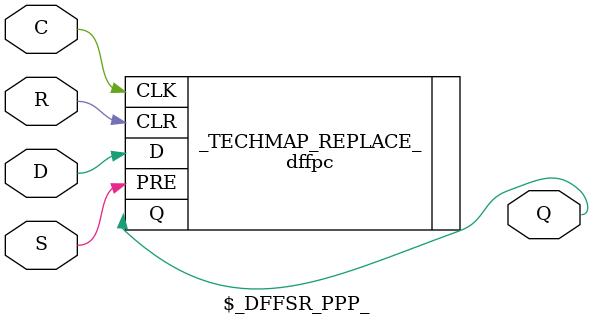
<source format=v>
module \$_DFF_N_ (input D, C, output Q);
  dff _TECHMAP_REPLACE_ (.D(D), .Q(Q), .CLK(!C));
endmodule

module \$_DFF_P_ (input D, C, output Q);
  dff  _TECHMAP_REPLACE_ (.D(D), .Q(Q), .CLK(C));
endmodule

module \$_DFFE_NN_ (input D, C, E, output Q);
  dffe _TECHMAP_REPLACE_ (.D(D), .Q(Q), .CLK(!C), .EN(!E));
endmodule

module \$_DFFE_PN_ (input D, C, E, output Q);
  dffe  _TECHMAP_REPLACE_ (.D(D), .Q(Q), .CLK(C), .EN(!E));
endmodule

module \$_DFFE_NP_ (input D, C, E, output Q);
  dffe _TECHMAP_REPLACE_ (.D(D), .Q(Q), .CLK(!C), .EN(E));
endmodule

module \$_DFFE_PP_ (input D, C, E, output Q);
  dffe  _TECHMAP_REPLACE_ (.D(D), .Q(Q), .CLK(C), .EN(E));
endmodule

module \$_DFF_NN0_ (input D, C, R, output Q);
  dffc _TECHMAP_REPLACE_ (.D(D), .Q(Q), .CLK(!C), .CLR(!R));
endmodule

module \$_DFF_NN1_ (input D, C, R, output Q);
  dffp _TECHMAP_REPLACE_ (.D(D), .Q(Q), .CLK(!C), .PRE(!R));
endmodule

module \$_DFF_PN0_ (input D, C, R, output Q);
  dffc  _TECHMAP_REPLACE_ (.D(D), .Q(Q), .CLK(C), .CLR(!R));
endmodule

module \$_DFF_PN1_ (input D, C, R, output Q);
  dffp  _TECHMAP_REPLACE_ (.D(D), .Q(Q), .CLK(C), .PRE(!R));
endmodule

module \$_DFF_NP0_ (input D, C, R, output Q);
  dffc _TECHMAP_REPLACE_ (.D(D), .Q(Q), .CLK(!C), .CLR(R));
endmodule

module \$_DFF_NP1_ (input D, C, R, output Q);
  dffp _TECHMAP_REPLACE_ (.D(D), .Q(Q), .CLK(!C), .PRE(R));
endmodule

module \$_DFF_PP0_ (input D, C, R, output Q);
  dffc  _TECHMAP_REPLACE_ (.D(D), .Q(Q), .CLK(C), .CLR(R));
endmodule

module \$_DFF_PP1_ (input D, C, R, output Q);
  dffp  _TECHMAP_REPLACE_ (.D(D), .Q(Q), .CLK(C), .PRE(R));
endmodule

module \$__DFFE_NN0 (input D, C, E, R, output Q);
  dffsec _TECHMAP_REPLACE_ (.D(D), .Q(Q), .CLK(!C), .EN(E), .CLR(!R));
endmodule

module \$__DFFE_NN1 (input D, C, E, R, output Q);
  dffsep _TECHMAP_REPLACE_ (.D(D), .Q(Q), .CLK(!C), .EN(E), .P(!R));
endmodule

module \$__DFFE_PN0 (input D, C, E, R, output Q);
  dffsec  _TECHMAP_REPLACE_ (.D(D), .Q(Q), .CLK(C), .EN(E), .CLR(!R));
endmodule

module \$__DFFE_PN1 (input D, C, E, R, output Q);
  dffsep  _TECHMAP_REPLACE_ (.D(D), .Q(Q), .CLK(C), .EN(E), .P(!R));
endmodule

module \$__DFFE_NP0 (input D, C, E, R, output Q);
  dffsec _TECHMAP_REPLACE_ (.D(D), .Q(Q), .CLK(!C), .EN(E), .CLR(R));
endmodule

module \$__DFFE_NP1 (input D, C, E, R, output Q);
  dffsep _TECHMAP_REPLACE_ (.D(D), .Q(Q), .CLK(!C), .EN(E), .P(R));
endmodule

module \$__DFFE_PP0 (input D, C, E, R, output Q);
  dffsec  _TECHMAP_REPLACE_ (.D(D), .Q(Q), .CLK(C), .EN(E), .CLR(R));
endmodule

module \$__DFFE_PP1 (input D, C, E, R, output Q);
  dffsep  _TECHMAP_REPLACE_ (.D(D), .Q(Q), .CLK(C), .EN(E), .P(R));
endmodule

module \$_DFFSR_NPP_ (input D, C, R, S, output Q);
  dffpc _TECHMAP_REPLACE_ (.Q(Q), .D(D), .CLK(!C), .CLR(R), .PRE(S));
endmodule

module \$_DFFSR_PPP_ (input D, C, R, S, output Q);
  dffpc _TECHMAP_REPLACE_ (.Q(Q), .D(D), .CLK(C), .CLR(R), .PRE(S));
endmodule

</source>
